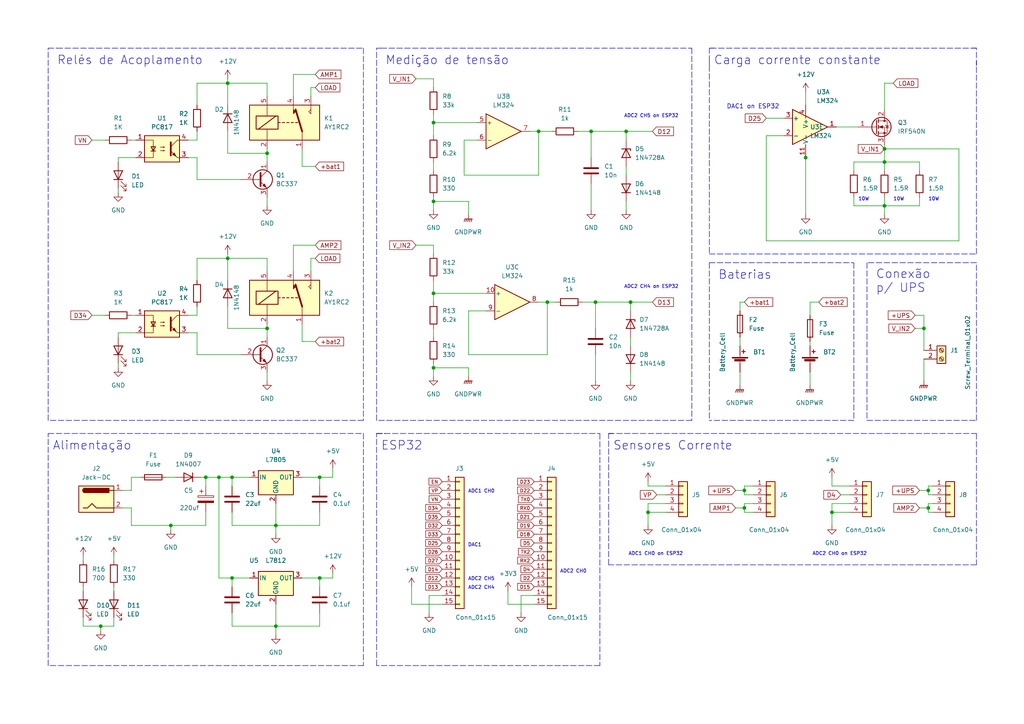
<source format=kicad_sch>
(kicad_sch (version 20211123) (generator eeschema)
  (paper "A4")
  (title_block (title "Battery_Tester") (date "2022-05-26") (rev "01") (company "Author: Leonardo J. R. Baptistella") (comment 1 "Hardware para determinação do  SOC e SOH de bateria chumbo-ácido") (comment 2 "Trabalho de Conclusão de Curso"))
  (junction (at 267.97 95.25))
  (junction (at 49.53 152.4))
  (junction (at 156.21 38.1))
  (junction (at 269.24 142.24))
  (junction (at 215.9 147.32))
  (junction (at 158.75 87.63))
  (junction (at 59.69 138.43))
  (junction (at 181.61 38.1))
  (junction (at 215.9 142.24))
  (junction (at 233.68 45.72))
  (junction (at 92.71 138.43))
  (junction (at 187.96 148.59))
  (junction (at 256.54 46.99))
  (junction (at 256.54 43.18))
  (junction (at 269.24 147.32))
  (junction (at 66.04 74.93))
  (junction (at 125.73 85.09))
  (junction (at 256.54 59.69))
  (junction (at 172.72 87.63))
  (junction (at 67.31 167.64))
  (junction (at 125.73 58.42))
  (junction (at 63.5 138.43))
  (junction (at 66.04 24.13))
  (junction (at 241.3 148.59))
  (junction (at 77.47 95.25))
  (junction (at 77.47 44.45))
  (junction (at 125.73 35.56))
  (junction (at 182.88 87.63))
  (junction (at 92.71 167.64))
  (junction (at 80.01 152.4))
  (junction (at 29.21 181.61))
  (junction (at 125.73 106.68))
  (junction (at 67.31 138.43))
  (junction (at 80.01 181.61))
  (junction (at 171.45 38.1))
  (wire (pts (xy 266.7 49.53) (xy 266.7 46.99)))
  (wire (pts (xy 187.96 146.05) (xy 193.04 146.05)))
  (wire (pts (xy 67.31 138.43) (xy 67.31 140.97)))
  (polyline (pts (xy 283.21 163.83) (xy 176.53 163.83)))
  (wire (pts (xy 256.54 46.99) (xy 256.54 49.53)))
  (wire (pts (xy 227.33 39.37) (xy 222.25 39.37)))
  (wire (pts (xy 181.61 48.26) (xy 181.61 50.8)))
  (wire (pts (xy 58.42 138.43) (xy 59.69 138.43)))
  (wire (pts (xy 26.67 40.64) (xy 30.48 40.64)))
  (wire (pts (xy 135.89 102.87) (xy 158.75 102.87)))
  (wire (pts (xy 120.65 71.12) (xy 125.73 71.12)))
  (wire (pts (xy 67.31 138.43) (xy 72.39 138.43)))
  (wire (pts (xy 119.38 170.18) (xy 119.38 175.26)))
  (wire (pts (xy 77.47 57.15) (xy 77.47 59.69)))
  (wire (pts (xy 233.68 45.72) (xy 233.68 62.23)))
  (polyline (pts (xy 109.22 125.73) (xy 173.99 125.73)))
  (wire (pts (xy 66.04 95.25) (xy 77.47 95.25)))
  (wire (pts (xy 187.96 152.4) (xy 187.96 148.59)))
  (wire (pts (xy 125.73 71.12) (xy 125.73 73.66)))
  (wire (pts (xy 96.52 138.43) (xy 92.71 138.43)))
  (polyline (pts (xy 283.21 13.97) (xy 205.74 13.97)))
  (wire (pts (xy 34.29 45.72) (xy 39.37 45.72)))
  (polyline (pts (xy 173.99 193.04) (xy 109.22 193.04)))
  (wire (pts (xy 96.52 166.37) (xy 96.52 167.64)))
  (wire (pts (xy 215.9 140.97) (xy 218.44 140.97)))
  (wire (pts (xy 267.97 95.25) (xy 267.97 101.6)))
  (wire (pts (xy 181.61 58.42) (xy 181.61 60.96)))
  (wire (pts (xy 267.97 91.44) (xy 267.97 95.25)))
  (wire (pts (xy 85.09 78.74) (xy 85.09 71.12)))
  (polyline (pts (xy 109.22 121.92) (xy 109.22 13.97)))
  (wire (pts (xy 233.68 44.45) (xy 233.68 45.72)))
  (wire (pts (xy 92.71 177.8) (xy 92.71 181.61)))
  (wire (pts (xy 24.13 181.61) (xy 29.21 181.61)))
  (wire (pts (xy 125.73 46.99) (xy 125.73 49.53)))
  (wire (pts (xy 156.21 87.63) (xy 158.75 87.63)))
  (wire (pts (xy 222.25 34.29) (xy 227.33 34.29)))
  (wire (pts (xy 267.97 104.14) (xy 267.97 110.49)))
  (wire (pts (xy 90.17 74.93) (xy 91.44 74.93)))
  (wire (pts (xy 215.9 148.59) (xy 215.9 147.32)))
  (wire (pts (xy 247.65 57.15) (xy 247.65 59.69)))
  (polyline (pts (xy 110.49 13.97) (xy 200.66 13.97)))
  (wire (pts (xy 241.3 146.05) (xy 246.38 146.05)))
  (wire (pts (xy 48.26 138.43) (xy 50.8 138.43)))
  (wire (pts (xy 85.09 71.12) (xy 91.44 71.12)))
  (wire (pts (xy 266.7 57.15) (xy 266.7 59.69)))
  (wire (pts (xy 125.73 35.56) (xy 138.43 35.56)))
  (wire (pts (xy 168.91 87.63) (xy 172.72 87.63)))
  (polyline (pts (xy 176.53 125.73) (xy 177.8 125.73)))
  (wire (pts (xy 171.45 38.1) (xy 181.61 38.1)))
  (polyline (pts (xy 13.97 125.73) (xy 105.41 125.73)))
  (wire (pts (xy 67.31 177.8) (xy 67.31 181.61)))
  (wire (pts (xy 77.47 74.93) (xy 66.04 74.93)))
  (polyline (pts (xy 105.41 121.92) (xy 13.97 121.92)))
  (wire (pts (xy 138.43 40.64) (xy 134.62 40.64)))
  (wire (pts (xy 140.97 90.17) (xy 135.89 90.17)))
  (wire (pts (xy 90.17 78.74) (xy 90.17 74.93)))
  (wire (pts (xy 67.31 167.64) (xy 67.31 170.18)))
  (wire (pts (xy 187.96 148.59) (xy 187.96 146.05)))
  (wire (pts (xy 57.15 52.07) (xy 69.85 52.07)))
  (wire (pts (xy 171.45 53.34) (xy 171.45 60.96)))
  (wire (pts (xy 87.63 99.06) (xy 91.44 99.06)))
  (wire (pts (xy 215.9 147.32) (xy 215.9 146.05)))
  (wire (pts (xy 187.96 139.7) (xy 187.96 140.97)))
  (polyline (pts (xy 105.41 193.04) (xy 13.97 193.04)))
  (wire (pts (xy 234.95 91.44) (xy 234.95 87.63)))
  (wire (pts (xy 34.29 96.52) (xy 39.37 96.52)))
  (wire (pts (xy 182.88 87.63) (xy 189.23 87.63)))
  (wire (pts (xy 151.13 172.72) (xy 151.13 177.8)))
  (wire (pts (xy 90.17 25.4) (xy 91.44 25.4)))
  (wire (pts (xy 66.04 88.9) (xy 66.04 95.25)))
  (wire (pts (xy 134.62 50.8) (xy 156.21 50.8)))
  (polyline (pts (xy 205.74 76.2) (xy 247.65 76.2)))
  (polyline (pts (xy 283.21 121.92) (xy 283.21 76.2)))
  (polyline (pts (xy 176.53 163.83) (xy 176.53 125.73)))
  (wire (pts (xy 218.44 148.59) (xy 215.9 148.59)))
  (wire (pts (xy 77.47 43.18) (xy 77.47 44.45)))
  (polyline (pts (xy 283.21 125.73) (xy 283.21 163.83)))
  (wire (pts (xy 80.01 181.61) (xy 92.71 181.61)))
  (polyline (pts (xy 200.66 13.97) (xy 200.66 121.92)))
  (wire (pts (xy 256.54 31.75) (xy 256.54 24.13)))
  (wire (pts (xy 269.24 143.51) (xy 269.24 142.24)))
  (wire (pts (xy 26.67 91.44) (xy 30.48 91.44)))
  (wire (pts (xy 125.73 57.15) (xy 125.73 58.42)))
  (wire (pts (xy 182.88 87.63) (xy 182.88 90.17)))
  (wire (pts (xy 153.67 38.1) (xy 156.21 38.1)))
  (wire (pts (xy 63.5 138.43) (xy 63.5 167.64)))
  (wire (pts (xy 77.47 24.13) (xy 66.04 24.13)))
  (wire (pts (xy 66.04 38.1) (xy 66.04 44.45)))
  (wire (pts (xy 269.24 140.97) (xy 270.51 140.97)))
  (polyline (pts (xy 283.21 76.2) (xy 251.46 76.2)))
  (wire (pts (xy 96.52 135.89) (xy 96.52 138.43)))
  (wire (pts (xy 80.01 152.4) (xy 92.71 152.4)))
  (wire (pts (xy 57.15 38.1) (xy 57.15 40.64)))
  (wire (pts (xy 49.53 152.4) (xy 59.69 152.4)))
  (polyline (pts (xy 205.74 17.78) (xy 205.74 19.05)))
  (wire (pts (xy 77.47 44.45) (xy 77.47 46.99)))
  (wire (pts (xy 87.63 93.98) (xy 87.63 99.06)))
  (wire (pts (xy 256.54 43.18) (xy 256.54 41.91)))
  (wire (pts (xy 158.75 87.63) (xy 161.29 87.63)))
  (wire (pts (xy 49.53 152.4) (xy 49.53 153.67)))
  (wire (pts (xy 34.29 105.41) (xy 34.29 106.68)))
  (wire (pts (xy 167.64 38.1) (xy 171.45 38.1)))
  (polyline (pts (xy 105.41 125.73) (xy 105.41 193.04)))
  (wire (pts (xy 85.09 27.94) (xy 85.09 21.59)))
  (wire (pts (xy 135.89 109.22) (xy 135.89 106.68)))
  (wire (pts (xy 67.31 152.4) (xy 80.01 152.4)))
  (wire (pts (xy 34.29 54.61) (xy 34.29 55.88)))
  (wire (pts (xy 125.73 105.41) (xy 125.73 106.68)))
  (wire (pts (xy 125.73 35.56) (xy 125.73 39.37)))
  (wire (pts (xy 66.04 74.93) (xy 66.04 81.28)))
  (polyline (pts (xy 283.21 13.97) (xy 281.94 13.97)))
  (wire (pts (xy 125.73 95.25) (xy 125.73 97.79)))
  (wire (pts (xy 92.71 167.64) (xy 96.52 167.64)))
  (wire (pts (xy 213.36 142.24) (xy 215.9 142.24)))
  (wire (pts (xy 270.51 148.59) (xy 269.24 148.59)))
  (wire (pts (xy 57.15 30.48) (xy 57.15 24.13)))
  (wire (pts (xy 87.63 48.26) (xy 87.63 43.18)))
  (polyline (pts (xy 109.22 125.73) (xy 111.76 125.73)))
  (wire (pts (xy 35.56 142.24) (xy 38.1 142.24)))
  (wire (pts (xy 181.61 38.1) (xy 181.61 40.64)))
  (wire (pts (xy 214.63 97.79) (xy 214.63 100.33)))
  (wire (pts (xy 57.15 74.93) (xy 66.04 74.93)))
  (polyline (pts (xy 251.46 76.2) (xy 251.46 121.92)))
  (polyline (pts (xy 247.65 76.2) (xy 247.65 121.92)))
  (wire (pts (xy 87.63 138.43) (xy 92.71 138.43)))
  (wire (pts (xy 147.32 175.26) (xy 154.94 175.26)))
  (wire (pts (xy 80.01 152.4) (xy 80.01 154.94)))
  (wire (pts (xy 91.44 48.26) (xy 87.63 48.26)))
  (wire (pts (xy 33.02 161.29) (xy 33.02 162.56)))
  (wire (pts (xy 120.65 22.86) (xy 125.73 22.86)))
  (wire (pts (xy 80.01 181.61) (xy 80.01 184.15)))
  (wire (pts (xy 124.46 172.72) (xy 128.27 172.72)))
  (wire (pts (xy 38.1 40.64) (xy 39.37 40.64)))
  (wire (pts (xy 215.9 142.24) (xy 215.9 140.97)))
  (wire (pts (xy 156.21 50.8) (xy 156.21 38.1)))
  (polyline (pts (xy 16.51 13.97) (xy 105.41 13.97)))
  (polyline (pts (xy 247.65 121.92) (xy 205.74 121.92)))
  (wire (pts (xy 57.15 81.28) (xy 57.15 74.93)))
  (wire (pts (xy 57.15 102.87) (xy 69.85 102.87)))
  (polyline (pts (xy 173.99 125.73) (xy 173.99 193.04)))
  (wire (pts (xy 77.47 95.25) (xy 77.47 97.79)))
  (wire (pts (xy 33.02 170.18) (xy 33.02 171.45)))
  (wire (pts (xy 63.5 167.64) (xy 67.31 167.64)))
  (polyline (pts (xy 205.74 73.66) (xy 283.21 73.66)))
  (polyline (pts (xy 283.21 73.66) (xy 283.21 17.78)))
  (wire (pts (xy 57.15 88.9) (xy 57.15 91.44)))
  (polyline (pts (xy 205.74 17.78) (xy 205.74 13.97)))
  (wire (pts (xy 125.73 22.86) (xy 125.73 25.4)))
  (wire (pts (xy 256.54 43.18) (xy 256.54 46.99)))
  (wire (pts (xy 266.7 59.69) (xy 256.54 59.69)))
  (wire (pts (xy 156.21 38.1) (xy 160.02 38.1)))
  (wire (pts (xy 278.13 43.18) (xy 256.54 43.18)))
  (wire (pts (xy 171.45 38.1) (xy 171.45 45.72)))
  (wire (pts (xy 33.02 179.07) (xy 33.02 181.61)))
  (wire (pts (xy 38.1 152.4) (xy 49.53 152.4)))
  (wire (pts (xy 218.44 143.51) (xy 215.9 143.51)))
  (wire (pts (xy 125.73 106.68) (xy 125.73 109.22)))
  (wire (pts (xy 66.04 22.86) (xy 66.04 24.13)))
  (wire (pts (xy 125.73 58.42) (xy 135.89 58.42)))
  (wire (pts (xy 214.63 87.63) (xy 215.9 87.63)))
  (polyline (pts (xy 283.21 19.05) (xy 283.21 13.97)))
  (wire (pts (xy 34.29 97.79) (xy 34.29 96.52)))
  (wire (pts (xy 92.71 152.4) (xy 92.71 148.59)))
  (wire (pts (xy 124.46 172.72) (xy 124.46 177.8)))
  (wire (pts (xy 187.96 140.97) (xy 193.04 140.97)))
  (polyline (pts (xy 205.74 19.05) (xy 205.74 73.66)))
  (wire (pts (xy 215.9 146.05) (xy 218.44 146.05)))
  (wire (pts (xy 270.51 143.51) (xy 269.24 143.51)))
  (wire (pts (xy 214.63 107.95) (xy 214.63 111.76)))
  (wire (pts (xy 125.73 81.28) (xy 125.73 85.09)))
  (wire (pts (xy 241.3 152.4) (xy 241.3 148.59)))
  (wire (pts (xy 66.04 73.66) (xy 66.04 74.93)))
  (wire (pts (xy 125.73 85.09) (xy 125.73 87.63)))
  (wire (pts (xy 269.24 148.59) (xy 269.24 147.32)))
  (wire (pts (xy 265.43 91.44) (xy 267.97 91.44)))
  (polyline (pts (xy 205.74 13.97) (xy 207.01 13.97)))
  (polyline (pts (xy 109.22 13.97) (xy 110.49 13.97)))
  (wire (pts (xy 134.62 40.64) (xy 134.62 50.8)))
  (wire (pts (xy 234.95 99.06) (xy 234.95 100.33)))
  (polyline (pts (xy 105.41 13.97) (xy 105.41 121.92)))
  (wire (pts (xy 222.25 69.85) (xy 278.13 69.85)))
  (wire (pts (xy 67.31 167.64) (xy 72.39 167.64)))
  (wire (pts (xy 87.63 167.64) (xy 92.71 167.64)))
  (wire (pts (xy 80.01 146.05) (xy 80.01 152.4)))
  (wire (pts (xy 85.09 21.59) (xy 91.44 21.59)))
  (wire (pts (xy 247.65 49.53) (xy 247.65 46.99)))
  (wire (pts (xy 135.89 90.17) (xy 135.89 102.87)))
  (polyline (pts (xy 205.74 76.2) (xy 205.74 121.92)))
  (wire (pts (xy 278.13 69.85) (xy 278.13 43.18)))
  (wire (pts (xy 182.88 107.95) (xy 182.88 110.49)))
  (wire (pts (xy 77.47 78.74) (xy 77.47 74.93)))
  (wire (pts (xy 57.15 45.72) (xy 57.15 52.07)))
  (wire (pts (xy 158.75 87.63) (xy 158.75 102.87)))
  (wire (pts (xy 242.57 36.83) (xy 248.92 36.83)))
  (wire (pts (xy 269.24 146.05) (xy 270.51 146.05)))
  (wire (pts (xy 266.7 142.24) (xy 269.24 142.24)))
  (wire (pts (xy 241.3 148.59) (xy 241.3 146.05)))
  (wire (pts (xy 190.5 143.51) (xy 193.04 143.51)))
  (wire (pts (xy 67.31 181.61) (xy 80.01 181.61)))
  (wire (pts (xy 67.31 148.59) (xy 67.31 152.4)))
  (wire (pts (xy 181.61 38.1) (xy 189.23 38.1)))
  (polyline (pts (xy 13.97 121.92) (xy 13.97 13.97)))
  (wire (pts (xy 135.89 106.68) (xy 125.73 106.68)))
  (wire (pts (xy 187.96 148.59) (xy 193.04 148.59)))
  (wire (pts (xy 172.72 102.87) (xy 172.72 110.49)))
  (wire (pts (xy 66.04 44.45) (xy 77.47 44.45)))
  (wire (pts (xy 182.88 97.79) (xy 182.88 100.33)))
  (wire (pts (xy 266.7 147.32) (xy 269.24 147.32)))
  (wire (pts (xy 172.72 87.63) (xy 182.88 87.63)))
  (wire (pts (xy 57.15 24.13) (xy 66.04 24.13)))
  (wire (pts (xy 213.36 147.32) (xy 215.9 147.32)))
  (wire (pts (xy 119.38 175.26) (xy 128.27 175.26)))
  (wire (pts (xy 234.95 107.95) (xy 234.95 111.76)))
  (wire (pts (xy 59.69 138.43) (xy 63.5 138.43)))
  (wire (pts (xy 247.65 59.69) (xy 256.54 59.69)))
  (wire (pts (xy 256.54 59.69) (xy 256.54 62.23)))
  (wire (pts (xy 54.61 45.72) (xy 57.15 45.72)))
  (wire (pts (xy 24.13 179.07) (xy 24.13 181.61)))
  (wire (pts (xy 77.47 27.94) (xy 77.47 24.13)))
  (wire (pts (xy 80.01 181.61) (xy 80.01 175.26)))
  (wire (pts (xy 172.72 87.63) (xy 172.72 95.25)))
  (wire (pts (xy 241.3 140.97) (xy 246.38 140.97)))
  (wire (pts (xy 34.29 46.99) (xy 34.29 45.72)))
  (polyline (pts (xy 13.97 193.04) (xy 13.97 125.73)))
  (wire (pts (xy 35.56 147.32) (xy 38.1 147.32)))
  (wire (pts (xy 256.54 57.15) (xy 256.54 59.69)))
  (wire (pts (xy 90.17 27.94) (xy 90.17 25.4)))
  (wire (pts (xy 77.47 107.95) (xy 77.47 110.49)))
  (wire (pts (xy 38.1 147.32) (xy 38.1 152.4)))
  (wire (pts (xy 125.73 85.09) (xy 140.97 85.09)))
  (wire (pts (xy 151.13 172.72) (xy 154.94 172.72)))
  (wire (pts (xy 54.61 40.64) (xy 57.15 40.64)))
  (wire (pts (xy 54.61 91.44) (xy 57.15 91.44)))
  (wire (pts (xy 33.02 181.61) (xy 29.21 181.61)))
  (wire (pts (xy 63.5 138.43) (xy 67.31 138.43)))
  (wire (pts (xy 222.25 39.37) (xy 222.25 69.85)))
  (wire (pts (xy 135.89 62.23) (xy 135.89 58.42)))
  (wire (pts (xy 269.24 147.32) (xy 269.24 146.05)))
  (wire (pts (xy 147.32 171.45) (xy 147.32 175.26)))
  (wire (pts (xy 38.1 91.44) (xy 39.37 91.44)))
  (wire (pts (xy 125.73 58.42) (xy 125.73 60.96)))
  (polyline (pts (xy 200.66 121.92) (xy 109.22 121.92)))
  (wire (pts (xy 215.9 143.51) (xy 215.9 142.24)))
  (wire (pts (xy 256.54 24.13) (xy 259.08 24.13)))
  (wire (pts (xy 214.63 90.17) (xy 214.63 87.63)))
  (wire (pts (xy 29.21 181.61) (xy 29.21 182.88)))
  (wire (pts (xy 241.3 148.59) (xy 246.38 148.59)))
  (wire (pts (xy 269.24 142.24) (xy 269.24 140.97)))
  (wire (pts (xy 54.61 96.52) (xy 57.15 96.52)))
  (wire (pts (xy 247.65 46.99) (xy 256.54 46.99)))
  (wire (pts (xy 256.54 46.99) (xy 266.7 46.99)))
  (wire (pts (xy 92.71 138.43) (xy 92.71 140.97)))
  (wire (pts (xy 233.68 26.67) (xy 233.68 30.48)))
  (wire (pts (xy 57.15 96.52) (xy 57.15 102.87)))
  (wire (pts (xy 125.73 33.02) (xy 125.73 35.56)))
  (polyline (pts (xy 176.53 125.73) (xy 283.21 125.73)))
  (wire (pts (xy 38.1 138.43) (xy 40.64 138.43)))
  (polyline (pts (xy 13.97 13.97) (xy 16.51 13.97)))
  (wire (pts (xy 38.1 142.24) (xy 38.1 138.43)))
  (wire (pts (xy 59.69 148.59) (xy 59.69 152.4)))
  (wire (pts (xy 265.43 95.25) (xy 267.97 95.25)))
  (wire (pts (xy 243.84 143.51) (xy 246.38 143.51)))
  (wire (pts (xy 24.13 170.18) (xy 24.13 171.45)))
  (wire (pts (xy 92.71 170.18) (xy 92.71 167.64)))
  (wire (pts (xy 241.3 138.43) (xy 241.3 140.97)))
  (polyline (pts (xy 251.46 121.92) (xy 283.21 121.92)))
  (wire (pts (xy 66.04 24.13) (xy 66.04 30.48)))
  (wire (pts (xy 77.47 93.98) (xy 77.47 95.25)))
  (wire (pts (xy 24.13 161.29) (xy 24.13 162.56)))
  (wire (pts (xy 59.69 138.43) (xy 59.69 140.97)))
  (wire (pts (xy 234.95 87.63) (xy 237.49 87.63)))
  (polyline (pts (xy 109.22 193.04) (xy 109.22 125.73)))
  (text "Carga corrente constante" (at 207.01 19.05 0) (effects (font (size 2.5 2.5)) (justify left bottom)))
  (text "Alimentação" (at 15.24 130.81 0) (effects (font (size 2.5 2.5)) (justify left bottom)))
  (text "ADC2 CH5 on ESP32\n" (at 196.85 34.29 180) (effects (font (size 1 1)) (justify right bottom)))
  (text "Medição de tensão\n" (at 111.76 19.05 0) (effects (font (size 2.5 2.5)) (justify left bottom)))
  (text "ADC2 CH0\n" (at 170.18 166.37 180) (effects (font (size 1 1)) (justify right bottom)))
  (text "ADC1 CH0 on ESP32\n" (at 198.12 161.29 180) (effects (font (size 1 1)) (justify right bottom)))
  (text "Baterias" (at 208.28 81.28 0) (effects (font (size 2.5 2.5)) (justify left bottom)))
  (text "Sensores Corrente\n" (at 177.8 130.81 0) (effects (font (size 2.5 2.5)) (justify left bottom)))
  (text "10W\n" (at 248.92 58.42 0) (effects (font (size 1 1)) (justify left bottom)))
  (text "DAC1 on ESP32\n" (at 226.06 31.75 180) (effects (font (size 1.27 1.27)) (justify right bottom)))
  (text "ADC1 CH0\n\n" (at 143.51 144.78 180) (effects (font (size 1 1)) (justify right bottom)))
  (text "ESP32\n" (at 110.49 130.81 0) (effects (font (size 2.5 2.5)) (justify left bottom)))
  (text "ADC2 CH4\n\n" (at 143.51 172.72 180) (effects (font (size 1 1)) (justify right bottom)))
  (text "Conexão\np/ UPS" (at 254 85.09 0) (effects (font (size 2.5 2.5)) (justify left bottom)))
  (text "10W\n" (at 259.08 58.42 0) (effects (font (size 1 1)) (justify left bottom)))
  (text "10W\n" (at 269.24 58.42 0) (effects (font (size 1 1)) (justify left bottom)))
  (text "Relés de Acoplamento\n" (at 16.51 19.05 0) (effects (font (size 2.5 2.5)) (justify left bottom)))
  (text "ADC2 CH4 on ESP32\n" (at 196.85 83.82 180) (effects (font (size 1 1)) (justify right bottom)))
  (text "ADC2 CH0 on ESP32\n" (at 251.46 161.29 180) (effects (font (size 1 1)) (justify right bottom)))
  (text "DAC1\n" (at 139.7 158.75 180) (effects (font (size 1 1)) (justify right bottom)))
  (text "ADC2 CH5\n\n" (at 143.51 170.18 180) (effects (font (size 1 1)) (justify right bottom)))
  (global_label "D27" (shape input) (at 128.27 162.56 180) (effects (font (size 1 1))) (property "Intersheet References" "${INTERSHEET_REFS}" (effects hide)))
  (global_label "D22" (shape input) (at 154.94 142.24 180) (effects (font (size 1 1))) (property "Intersheet References" "${INTERSHEET_REFS}" (effects hide)))
  (global_label "RX2" (shape input) (at 154.94 162.56 180) (effects (font (size 1 1))) (property "Intersheet References" "${INTERSHEET_REFS}" (effects hide)))
  (global_label "D25" (shape input) (at 222.25 34.29 180) (property "Intersheet References" "${INTERSHEET_REFS}" (effects hide)))
  (global_label "VP" (shape input) (at 190.5 143.51 180) (property "Intersheet References" "${INTERSHEET_REFS}" (effects hide)))
  (global_label "LOAD" (shape input) (at 91.44 25.4 0) (property "Intersheet References" "${INTERSHEET_REFS}" (effects hide)))
  (global_label "LOAD" (shape input) (at 91.44 74.93 0) (property "Intersheet References" "${INTERSHEET_REFS}" (effects hide)))
  (global_label "D19" (shape input) (at 154.94 152.4 180) (effects (font (size 1 1))) (property "Intersheet References" "${INTERSHEET_REFS}" (effects hide)))
  (global_label "V_IN2" (shape input) (at 120.65 71.12 180) (property "Intersheet References" "${INTERSHEET_REFS}" (effects hide)))
  (global_label "D14" (shape input) (at 128.27 165.1 180) (effects (font (size 1 1))) (property "Intersheet References" "${INTERSHEET_REFS}" (effects hide)))
  (global_label "D18" (shape input) (at 154.94 154.94 180) (effects (font (size 1 1))) (property "Intersheet References" "${INTERSHEET_REFS}" (effects hide)))
  (global_label "D33" (shape input) (at 128.27 154.94 180) (effects (font (size 1 1))) (property "Intersheet References" "${INTERSHEET_REFS}" (effects hide)))
  (global_label "D34" (shape input) (at 26.67 91.44 180) (property "Intersheet References" "${INTERSHEET_REFS}" (effects hide)))
  (global_label "VN" (shape input) (at 26.67 40.64 180) (property "Intersheet References" "${INTERSHEET_REFS}" (effects hide)))
  (global_label "V_IN1" (shape input) (at 120.65 22.86 180) (property "Intersheet References" "${INTERSHEET_REFS}" (effects hide)))
  (global_label "D4" (shape input) (at 154.94 165.1 180) (effects (font (size 1 1))) (property "Intersheet References" "${INTERSHEET_REFS}" (effects hide)))
  (global_label "AMP1" (shape input) (at 91.44 21.59 0) (property "Intersheet References" "${INTERSHEET_REFS}" (effects hide)))
  (global_label "+UPS" (shape input) (at 213.36 142.24 180) (property "Intersheet References" "${INTERSHEET_REFS}" (effects hide)))
  (global_label "+UPS" (shape input) (at 266.7 142.24 180) (property "Intersheet References" "${INTERSHEET_REFS}" (effects hide)))
  (global_label "D13" (shape input) (at 128.27 170.18 180) (effects (font (size 1 1))) (property "Intersheet References" "${INTERSHEET_REFS}" (effects hide)))
  (global_label "V_IN2" (shape input) (at 265.43 95.25 180) (property "Intersheet References" "${INTERSHEET_REFS}" (effects hide)))
  (global_label "VP" (shape input) (at 128.27 142.24 180) (effects (font (size 1 1))) (property "Intersheet References" "${INTERSHEET_REFS}" (effects hide)))
  (global_label "RX0" (shape input) (at 154.94 147.32 180) (effects (font (size 1 1))) (property "Intersheet References" "${INTERSHEET_REFS}" (effects hide)))
  (global_label "AMP1" (shape input) (at 213.36 147.32 180) (property "Intersheet References" "${INTERSHEET_REFS}" (effects hide)))
  (global_label "D13" (shape input) (at 189.23 87.63 0) (property "Intersheet References" "${INTERSHEET_REFS}" (effects hide)))
  (global_label "D12" (shape input) (at 189.23 38.1 0) (property "Intersheet References" "${INTERSHEET_REFS}" (effects hide)))
  (global_label "D23" (shape input) (at 154.94 139.7 180) (effects (font (size 1 1))) (property "Intersheet References" "${INTERSHEET_REFS}" (effects hide)))
  (global_label "V_IN1" (shape input) (at 256.54 43.18 180) (property "Intersheet References" "${INTERSHEET_REFS}" (effects hide)))
  (global_label "TX2" (shape input) (at 154.94 160.02 180) (effects (font (size 1 1))) (property "Intersheet References" "${INTERSHEET_REFS}" (effects hide)))
  (global_label "LOAD" (shape input) (at 259.08 24.13 0) (property "Intersheet References" "${INTERSHEET_REFS}" (effects hide)))
  (global_label "+bat2" (shape input) (at 237.49 87.63 0) (property "Intersheet References" "${INTERSHEET_REFS}" (effects hide)))
  (global_label "D32" (shape input) (at 128.27 152.4 180) (effects (font (size 1 1))) (property "Intersheet References" "${INTERSHEET_REFS}" (effects hide)))
  (global_label "D25" (shape input) (at 128.27 157.48 180) (effects (font (size 1 1))) (property "Intersheet References" "${INTERSHEET_REFS}" (effects hide)))
  (global_label "D15" (shape input) (at 154.94 170.18 180) (effects (font (size 1 1))) (property "Intersheet References" "${INTERSHEET_REFS}" (effects hide)))
  (global_label "D21" (shape input) (at 154.94 149.86 180) (effects (font (size 1 1))) (property "Intersheet References" "${INTERSHEET_REFS}" (effects hide)))
  (global_label "+bat1" (shape input) (at 91.44 48.26 0) (property "Intersheet References" "${INTERSHEET_REFS}" (effects hide)))
  (global_label "+bat2" (shape input) (at 91.44 99.06 0) (property "Intersheet References" "${INTERSHEET_REFS}" (effects hide)))
  (global_label "D4" (shape input) (at 243.84 143.51 180) (property "Intersheet References" "${INTERSHEET_REFS}" (effects hide)))
  (global_label "VN" (shape input) (at 128.27 144.78 180) (effects (font (size 1 1))) (property "Intersheet References" "${INTERSHEET_REFS}" (effects hide)))
  (global_label "D34" (shape input) (at 128.27 147.32 180) (effects (font (size 1 1))) (property "Intersheet References" "${INTERSHEET_REFS}" (effects hide)))
  (global_label "D12" (shape input) (at 128.27 167.64 180) (effects (font (size 1 1))) (property "Intersheet References" "${INTERSHEET_REFS}" (effects hide)))
  (global_label "D2" (shape input) (at 154.94 167.64 180) (effects (font (size 1 1))) (property "Intersheet References" "${INTERSHEET_REFS}" (effects hide)))
  (global_label "D26" (shape input) (at 128.27 160.02 180) (effects (font (size 1 1))) (property "Intersheet References" "${INTERSHEET_REFS}" (effects hide)))
  (global_label "D5" (shape input) (at 154.94 157.48 180) (effects (font (size 1 1))) (property "Intersheet References" "${INTERSHEET_REFS}" (effects hide)))
  (global_label "AMP2" (shape input) (at 266.7 147.32 180) (property "Intersheet References" "${INTERSHEET_REFS}" (effects hide)))
  (global_label "D35" (shape input) (at 128.27 149.86 180) (effects (font (size 1 1))) (property "Intersheet References" "${INTERSHEET_REFS}" (effects hide)))
  (global_label "+UPS" (shape input) (at 265.43 91.44 180) (property "Intersheet References" "${INTERSHEET_REFS}" (effects hide)))
  (global_label "AMP2" (shape input) (at 91.44 71.12 0) (property "Intersheet References" "${INTERSHEET_REFS}" (effects hide)))
  (global_label "TX0" (shape input) (at 154.94 144.78 180) (effects (font (size 1 1))) (property "Intersheet References" "${INTERSHEET_REFS}" (effects hide)))
  (global_label "EN" (shape input) (at 128.27 139.7 180) (effects (font (size 1 1))) (property "Intersheet References" "${INTERSHEET_REFS}" (effects hide)))
  (global_label "+bat1" (shape input) (at 215.9 87.63 0) (property "Intersheet References" "${INTERSHEET_REFS}" (effects hide)))
  (symbol (lib_id "Device:C") (at 67.31 144.78 0) (unit 1)
    (property "Reference" "C3" (at 71.12 143.5099 0) (effects (justify left)))
    (property "Value" "22uf" (at 71.12 146.0499 0) (effects (justify left)))
    (property "Footprint" "Capacitor_THT:C_Disc_D4.3mm_W1.9mm_P5.00mm" (effects hide))
  )
  (symbol (lib_id "Diode:1N47xxA") (at 182.88 93.98 270) (unit 1)
    (property "Reference" "D7" (at 185.42 92.7099 90) (effects (justify left)))
    (property "Value" "1N4728A" (at 185.42 95.2499 90) (effects (justify left)))
    (property "Footprint" "Diode_THT:D_DO-41_SOD81_P10.16mm_Horizontal" (effects hide))
    (property "Datasheet" "https://www.vishay.com/docs/85816/1n4728a.pdf" (effects hide))
  )
  (symbol (lib_id "Isolator:PC817") (at 46.99 93.98 0) (unit 1)
    (property "Reference" "U2" (at 46.99 85.09 0))
    (property "Value" "PC817" (at 46.99 87.63 0))
    (property "Footprint" "Package_DIP:DIP-4_W7.62mm" (effects hide))
    (property "Datasheet" "http://www.soselectronic.cz/a_info/resource/d/pc817.pdf" (effects hide))
  )
  (symbol (lib_id "Transistor_FET:IRF540N") (at 254 36.83 0) (unit 1)
    (property "Reference" "Q3" (at 260.35 35.5599 0) (effects (justify left)))
    (property "Value" "IRF540N" (at 260.35 38.0999 0) (effects (justify left)))
    (property "Footprint" "Package_TO_SOT_THT:TO-220-3_Vertical" (effects hide))
    (property "Datasheet" "http://www.irf.com/product-info/datasheets/data/irf540n.pdf" (effects hide))
  )
  (symbol (lib_id "Connector_Generic:Conn_01x15") (at 133.35 157.48 0) (unit 1)
    (property "Reference" "J3" (at 132.08 135.89 0) (effects (justify left)))
    (property "Value" "Conn_01x15" (at 132.08 179.07 0) (effects (justify left)))
    (property "Footprint" "Connector_PinHeader_2.54mm:PinHeader_1x15_P2.54mm_Vertical" (effects hide))
  )
  (symbol (lib_id "Device:R") (at 34.29 91.44 90) (unit 1)
    (property "Reference" "R3" (at 34.29 85.09 90))
    (property "Value" "1K" (at 34.29 87.63 90))
    (property "Footprint" "Resistor_THT:R_Axial_DIN0207_L6.3mm_D2.5mm_P7.62mm_Horizontal" (effects hide))
  )
  (symbol (lib_id "power:GNDPWR") (at 135.89 62.23 0) (unit 1)
    (property "Reference" "#PWR0113" (effects hide))
    (property "Value" "GNDPWR" (at 135.763 67.31 0))
  )
  (symbol (lib_id "Transistor_BJT:BC337") (at 74.93 52.07 0) (unit 1)
    (property "Reference" "Q1" (at 80.01 50.7999 0) (effects (justify left)))
    (property "Value" "BC337" (at 80.01 53.3399 0) (effects (justify left)))
    (property "Footprint" "Package_TO_SOT_THT:TO-92_Inline" (effects hide))
    (property "Datasheet" "https://diotec.com/tl_files/diotec/files/pdf/datasheets/bc337.pdf" (effects hide))
  )
  (symbol (lib_id "Connector_Generic:Conn_01x04") (at 223.52 143.51 0) (unit 1)
    (property "Reference" "J6" (at 226.06 143.5099 0) (effects (justify left)))
    (property "Value" "Conn_01x04" (at 217.17 153.67 0) (effects (justify left)))
    (property "Footprint" "Connector_PinHeader_2.54mm:PinHeader_1x04_P2.54mm_Vertical" (effects hide))
  )
  (symbol (lib_id "power:GND") (at 233.68 62.23 0) (unit 1)
    (property "Reference" "#PWR0103" (effects hide))
    (property "Value" "GND" (at 233.68 67.31 0))
  )
  (symbol (lib_id "Device:C") (at 92.71 144.78 0) (unit 1)
    (property "Reference" "C4" (at 96.52 143.5099 0) (effects (justify left)))
    (property "Value" "0.1uf" (at 96.52 146.0499 0) (effects (justify left)))
    (property "Footprint" "Capacitor_THT:C_Disc_D4.3mm_W1.9mm_P5.00mm" (effects hide))
  )
  (symbol (lib_id "Device:Fuse") (at 214.63 93.98 0) (unit 1)
    (property "Reference" "F2" (at 217.17 92.7099 0) (effects (justify left)))
    (property "Value" "Fuse" (at 217.17 95.2499 0) (effects (justify left)))
    (property "Footprint" "Fuse:Fuseholder_Cylinder-5x20mm_Stelvio-Kontek_PTF78_Horizontal_Open" (effects hide))
  )
  (symbol (lib_id "Device:C") (at 67.31 173.99 0) (unit 1)
    (property "Reference" "C6" (at 71.12 172.7199 0) (effects (justify left)))
    (property "Value" "22uf" (at 71.12 175.2599 0) (effects (justify left)))
    (property "Footprint" "Capacitor_THT:C_Disc_D4.3mm_W1.9mm_P5.00mm" (effects hide))
  )
  (symbol (lib_id "power:+12V") (at 66.04 22.86 0) (unit 1)
    (property "Reference" "#PWR0101" (effects hide))
    (property "Value" "+12V" (at 66.04 17.78 0))
  )
  (symbol (lib_id "Diode:1N4007") (at 54.61 138.43 180) (unit 1)
    (property "Reference" "D9" (at 54.61 132.08 0))
    (property "Value" "1N4007" (at 54.61 134.62 0))
    (property "Footprint" "Diode_THT:D_DO-41_SOD81_P10.16mm_Horizontal" (effects hide))
    (property "Datasheet" "http://www.vishay.com/docs/88503/1n4001.pdf" (effects hide))
  )
  (symbol (lib_id "power:GND") (at 181.61 60.96 0) (unit 1)
    (property "Reference" "#PWR08" (effects hide))
    (property "Value" "GND" (at 181.61 66.04 0))
  )
  (symbol (lib_id "Device:R") (at 125.73 29.21 0) (unit 1)
    (property "Reference" "R8" (at 128.27 27.9399 0) (effects (justify left)))
    (property "Value" "33k" (at 128.27 30.4799 0) (effects (justify left)))
    (property "Footprint" "Resistor_THT:R_Axial_DIN0207_L6.3mm_D2.5mm_P7.62mm_Horizontal" (effects hide))
  )
  (symbol (lib_id "power:GND") (at 151.13 177.8 0) (unit 1)
    (property "Reference" "#PWR0108" (effects hide))
    (property "Value" "GND" (at 151.13 182.88 0))
  )
  (symbol (lib_id "Connector:Screw_Terminal_01x02") (at 273.05 101.6 0) (unit 1)
    (property "Reference" "J1" (at 275.59 101.5999 0) (effects (justify left)))
    (property "Value" "Screw_Terminal_01x02" (at 280.67 113.03 90) (effects (justify left)))
    (property "Footprint" "TerminalBlock:TerminalBlock_Altech_AK300-2_P5.00mm" (effects hide))
  )
  (symbol (lib_id "Device:R") (at 125.73 101.6 0) (unit 1)
    (property "Reference" "R14" (at 128.27 100.3299 0) (effects (justify left)))
    (property "Value" "330" (at 128.27 102.8699 0) (effects (justify left)))
    (property "Footprint" "Resistor_THT:R_Axial_DIN0207_L6.3mm_D2.5mm_P7.62mm_Horizontal" (effects hide))
  )
  (symbol (lib_id "power:GND") (at 187.96 152.4 0) (unit 1)
    (property "Reference" "#PWR023" (effects hide))
    (property "Value" "GND" (at 187.96 157.48 0))
  )
  (symbol (lib_id "power:GND") (at 124.46 177.8 0) (unit 1)
    (property "Reference" "#PWR0105" (effects hide))
    (property "Value" "GND" (at 124.46 182.88 0))
  )
  (symbol (lib_id "power:+5V") (at 187.96 139.7 0) (unit 1)
    (property "Reference" "#PWR022" (effects hide))
    (property "Value" "+5V" (at 187.96 134.62 0))
  )
  (symbol (lib_id "Device:R") (at 163.83 38.1 90) (unit 1)
    (property "Reference" "R11" (at 163.83 31.75 90))
    (property "Value" "1k" (at 163.83 34.29 90))
    (property "Footprint" "Resistor_THT:R_Axial_DIN0207_L6.3mm_D2.5mm_P7.62mm_Horizontal" (effects hide))
  )
  (symbol (lib_id "power:GND") (at 80.01 154.94 0) (unit 1)
    (property "Reference" "#PWR012" (effects hide))
    (property "Value" "GND" (at 80.01 160.02 0))
  )
  (symbol (lib_id "Relay:SANYOU_SRD_Form_C") (at 82.55 86.36 0) (unit 1)
    (property "Reference" "K2" (at 93.98 85.0899 0) (effects (justify left)))
    (property "Value" "AY1RC2" (at 93.98 87.6299 0) (effects (justify left)))
    (property "Footprint" "Relay_THT:Relay_SPDT_SANYOU_SRD_Series_Form_C" (effects hide))
    (property "Datasheet" "http://www.sanyourelay.ca/public/products/pdf/SRD.pdf" (effects hide))
  )
  (symbol (lib_id "Diode:1N47xxA") (at 181.61 44.45 270) (unit 1)
    (property "Reference" "D5" (at 184.15 43.1799 90) (effects (justify left)))
    (property "Value" "1N4728A" (at 184.15 45.7199 90) (effects (justify left)))
    (property "Footprint" "Diode_THT:D_DO-41_SOD81_P10.16mm_Horizontal" (effects hide))
    (property "Datasheet" "https://www.vishay.com/docs/85816/1n4728a.pdf" (effects hide))
  )
  (symbol (lib_id "Device:R") (at 125.73 43.18 0) (unit 1)
    (property "Reference" "R9" (at 128.27 41.9099 0) (effects (justify left)))
    (property "Value" "6.2k" (at 128.27 44.4499 0) (effects (justify left)))
    (property "Footprint" "Resistor_THT:R_Axial_DIN0207_L6.3mm_D2.5mm_P7.62mm_Horizontal" (effects hide))
  )
  (symbol (lib_id "power:GND") (at 34.29 55.88 0) (unit 1)
    (property "Reference" "#PWR01" (effects hide))
    (property "Value" "GND" (at 34.29 60.96 0))
  )
  (symbol (lib_id "Device:C_Polarized") (at 59.69 144.78 0) (unit 1)
    (property "Reference" "C5" (at 53.34 142.24 0) (effects (justify left)))
    (property "Value" "220uf" (at 52.07 147.32 0) (effects (justify left)))
    (property "Footprint" "Capacitor_THT:CP_Radial_D8.0mm_P3.50mm" (effects hide))
  )
  (symbol (lib_id "power:+5V") (at 119.38 170.18 0) (unit 1)
    (property "Reference" "#PWR0106" (effects hide))
    (property "Value" "+5V" (at 119.38 165.1 0))
  )
  (symbol (lib_id "Device:LED") (at 24.13 175.26 90) (unit 1)
    (property "Reference" "D10" (at 27.94 175.5774 90) (effects (justify right)))
    (property "Value" "LED" (at 27.94 178.1174 90) (effects (justify right)))
    (property "Footprint" "LED_THT:LED_D3.0mm" (effects hide))
  )
  (symbol (lib_id "power:GNDPWR") (at 214.63 111.76 0) (unit 1)
    (property "Reference" "#PWR0112" (effects hide))
    (property "Value" "GNDPWR" (at 214.503 116.84 0))
  )
  (symbol (lib_id "Isolator:PC817") (at 46.99 43.18 0) (unit 1)
    (property "Reference" "U1" (at 46.99 34.29 0))
    (property "Value" "PC817" (at 46.99 36.83 0))
    (property "Footprint" "Package_DIP:DIP-4_W7.62mm" (effects hide))
    (property "Datasheet" "http://www.soselectronic.cz/a_info/resource/d/pc817.pdf" (effects hide))
  )
  (symbol (lib_id "power:GND") (at 34.29 106.68 0) (unit 1)
    (property "Reference" "#PWR03" (effects hide))
    (property "Value" "GND" (at 34.29 111.76 0))
  )
  (symbol (lib_id "Diode:1N4148") (at 66.04 85.09 270) (unit 1)
    (property "Reference" "D4" (at 62.23 82.55 90) (effects (justify left)))
    (property "Value" "1N4148" (at 68.58 82.55 0) (effects (justify left)))
    (property "Footprint" "Diode_THT:D_DO-35_SOD27_P7.62mm_Horizontal" (effects hide))
    (property "Datasheet" "https://assets.nexperia.com/documents/data-sheet/1N4148_1N4448.pdf" (effects hide))
  )
  (symbol (lib_id "Amplifier_Operational:LM324") (at 148.59 87.63 0) (unit 3)
    (property "Reference" "U3" (at 148.59 77.47 0))
    (property "Value" "LM324" (at 148.59 80.01 0))
    (property "Footprint" "Package_DIP:DIP-14_W7.62mm_LongPads" (effects hide))
    (property "Datasheet" "http://www.ti.com/lit/ds/symlink/lm2902-n.pdf" (effects hide))
  )
  (symbol (lib_id "Transistor_BJT:BC337") (at 74.93 102.87 0) (unit 1)
    (property "Reference" "Q2" (at 80.01 101.5999 0) (effects (justify left)))
    (property "Value" "BC337" (at 80.01 104.1399 0) (effects (justify left)))
    (property "Footprint" "Package_TO_SOT_THT:TO-92_Inline" (effects hide))
    (property "Datasheet" "https://diotec.com/tl_files/diotec/files/pdf/datasheets/bc337.pdf" (effects hide))
  )
  (symbol (lib_id "Device:LED") (at 33.02 175.26 90) (unit 1)
    (property "Reference" "D11" (at 36.83 175.5774 90) (effects (justify right)))
    (property "Value" "LED" (at 36.83 178.1174 90) (effects (justify right)))
    (property "Footprint" "LED_THT:LED_D3.0mm" (effects hide))
  )
  (symbol (lib_id "Device:C") (at 92.71 173.99 0) (unit 1)
    (property "Reference" "C7" (at 96.52 172.7199 0) (effects (justify left)))
    (property "Value" "0.1uf" (at 96.52 175.2599 0) (effects (justify left)))
    (property "Footprint" "Capacitor_THT:C_Disc_D4.3mm_W1.9mm_P5.00mm" (effects hide))
  )
  (symbol (lib_id "Device:Battery_Cell") (at 214.63 105.41 0) (unit 1)
    (property "Reference" "BT1" (at 218.44 102.1079 0) (effects (justify left)))
    (property "Value" "Battery_Cell" (at 209.55 107.95 90) (effects (justify left)))
    (property "Footprint" "TerminalBlock:TerminalBlock_Altech_AK300-2_P5.00mm" (effects hide))
  )
  (symbol (lib_id "Connector_Generic:Conn_01x04") (at 275.59 143.51 0) (unit 1)
    (property "Reference" "J8" (at 278.13 143.5099 0) (effects (justify left)))
    (property "Value" "Conn_01x04" (at 270.51 153.67 0) (effects (justify left)))
    (property "Footprint" "Connector_PinHeader_2.54mm:PinHeader_1x04_P2.54mm_Vertical" (effects hide))
  )
  (symbol (lib_id "power:GNDPWR") (at 135.89 109.22 0) (unit 1)
    (property "Reference" "#PWR0109" (effects hide))
    (property "Value" "GNDPWR" (at 135.763 114.3 0))
  )
  (symbol (lib_id "Amplifier_Operational:LM324") (at 234.95 36.83 0) (unit 1)
    (property "Reference" "U3" (at 238.76 26.67 0))
    (property "Value" "LM324" (at 240.03 29.21 0))
    (property "Footprint" "Package_DIP:DIP-14_W7.62mm_LongPads" (effects hide))
    (property "Datasheet" "http://www.ti.com/lit/ds/symlink/lm2902-n.pdf" (effects hide))
  )
  (symbol (lib_id "power:+5V") (at 33.02 161.29 0) (unit 1)
    (property "Reference" "#PWR021" (effects hide))
    (property "Value" "+5V" (at 33.02 156.21 0))
  )
  (symbol (lib_id "Regulator_Linear:L7805") (at 80.01 138.43 0) (unit 1)
    (property "Reference" "U4" (at 80.01 130.81 0))
    (property "Value" "L7805" (at 80.01 133.35 0))
    (property "Footprint" "Package_TO_SOT_THT:TO-218-3_Vertical" (effects hide))
    (property "Datasheet" "http://www.st.com/content/ccc/resource/technical/document/datasheet/41/4f/b3/b0/12/d4/47/88/CD00000444.pdf/files/CD00000444.pdf/jcr:content/translations/en.CD00000444.pdf" (effects hide))
  )
  (symbol (lib_id "Device:R") (at 266.7 53.34 0) (unit 1)
    (property "Reference" "R7" (at 269.24 52.0699 0) (effects (justify left)))
    (property "Value" "1.5R" (at 269.24 54.6099 0) (effects (justify left)))
    (property "Footprint" "Resistor_THT:R_Axial_DIN0617_L17.0mm_D6.0mm_P30.48mm_Horizontal" (effects hide))
  )
  (symbol (lib_id "power:GND") (at 171.45 60.96 0) (unit 1)
    (property "Reference" "#PWR07" (effects hide))
    (property "Value" "GND" (at 171.45 66.04 0))
  )
  (symbol (lib_id "Connector_Generic:Conn_01x04") (at 251.46 143.51 0) (unit 1)
    (property "Reference" "J7" (at 254 143.5099 0) (effects (justify left)))
    (property "Value" "Conn_01x04" (at 245.11 153.67 0) (effects (justify left)))
    (property "Footprint" "Connector_PinHeader_2.54mm:PinHeader_1x04_P2.54mm_Vertical" (effects hide))
  )
  (symbol (lib_id "power:GND") (at 80.01 184.15 0) (unit 1)
    (property "Reference" "#PWR014" (effects hide))
    (property "Value" "GND" (at 80.01 189.23 0))
  )
  (symbol (lib_id "Amplifier_Operational:LM324") (at 236.22 38.1 0) (unit 5)
    (property "Reference" "U3" (at 234.95 36.8299 0) (effects (justify left)))
    (property "Value" "LM324" (at 234.95 39.3699 0) (effects (justify left)))
    (property "Footprint" "Package_DIP:DIP-14_W7.62mm_LongPads" (effects hide))
    (property "Datasheet" "http://www.ti.com/lit/ds/symlink/lm2902-n.pdf" (effects hide))
  )
  (symbol (lib_id "Device:LED") (at 34.29 50.8 90) (unit 1)
    (property "Reference" "D1" (at 38.1 51.1174 90) (effects (justify right)))
    (property "Value" "LED" (at 38.1 53.6574 90) (effects (justify right)))
    (property "Footprint" "LED_THT:LED_D3.0mm" (effects hide))
  )
  (symbol (lib_id "Device:C") (at 171.45 49.53 0) (unit 1)
    (property "Reference" "C1" (at 175.26 48.2599 0) (effects (justify left)))
    (property "Value" "10n" (at 175.26 50.7999 0) (effects (justify left)))
    (property "Footprint" "Capacitor_THT:C_Disc_D4.3mm_W1.9mm_P5.00mm" (effects hide))
  )
  (symbol (lib_id "Device:R") (at 247.65 53.34 0) (unit 1)
    (property "Reference" "R6" (at 250.19 52.0699 0) (effects (justify left)))
    (property "Value" "1.5R" (at 250.19 54.6099 0) (effects (justify left)))
    (property "Footprint" "Resistor_THT:R_Axial_DIN0617_L17.0mm_D6.0mm_P30.48mm_Horizontal" (effects hide))
  )
  (symbol (lib_id "power:GND") (at 241.3 152.4 0) (unit 1)
    (property "Reference" "#PWR025" (effects hide))
    (property "Value" "GND" (at 241.3 157.48 0))
  )
  (symbol (lib_id "Device:R") (at 57.15 85.09 0) (mirror x) (unit 1)
    (property "Reference" "R4" (at 54.61 83.8199 0) (effects (justify right)))
    (property "Value" "1K" (at 54.61 86.3599 0) (effects (justify right)))
    (property "Footprint" "Resistor_THT:R_Axial_DIN0207_L6.3mm_D2.5mm_P7.62mm_Horizontal" (effects hide))
  )
  (symbol (lib_id "Connector_Generic:Conn_01x04") (at 198.12 143.51 0) (unit 1)
    (property "Reference" "J5" (at 200.66 143.5099 0) (effects (justify left)))
    (property "Value" "Conn_01x04" (at 191.77 153.67 0) (effects (justify left)))
    (property "Footprint" "Connector_PinHeader_2.54mm:PinHeader_1x04_P2.54mm_Vertical" (effects hide))
  )
  (symbol (lib_id "Device:R") (at 57.15 34.29 0) (mirror x) (unit 1)
    (property "Reference" "R2" (at 54.61 33.0199 0) (effects (justify right)))
    (property "Value" "1K" (at 54.61 35.5599 0) (effects (justify right)))
    (property "Footprint" "Resistor_THT:R_Axial_DIN0207_L6.3mm_D2.5mm_P7.62mm_Horizontal" (effects hide))
  )
  (symbol (lib_id "Diode:1N4148") (at 66.04 34.29 270) (unit 1)
    (property "Reference" "D2" (at 62.23 31.75 90) (effects (justify left)))
    (property "Value" "1N4148" (at 68.58 31.75 0) (effects (justify left)))
    (property "Footprint" "Diode_THT:D_DO-35_SOD27_P7.62mm_Horizontal" (effects hide))
    (property "Datasheet" "https://assets.nexperia.com/documents/data-sheet/1N4148_1N4448.pdf" (effects hide))
  )
  (symbol (lib_id "Device:R") (at 33.02 166.37 180) (unit 1)
    (property "Reference" "R17" (at 35.56 165.0999 0) (effects (justify right)))
    (property "Value" "330" (at 35.56 167.6399 0) (effects (justify right)))
    (property "Footprint" "Resistor_THT:R_Axial_DIN0207_L6.3mm_D2.5mm_P7.62mm_Horizontal" (effects hide))
  )
  (symbol (lib_id "power:GND") (at 77.47 110.49 0) (unit 1)
    (property "Reference" "#PWR05" (effects hide))
    (property "Value" "GND" (at 77.47 115.57 0))
  )
  (symbol (lib_id "power:GND") (at 49.53 153.67 0) (unit 1)
    (property "Reference" "#PWR013" (effects hide))
    (property "Value" "GND" (at 49.53 158.75 0))
  )
  (symbol (lib_id "power:GND") (at 125.73 60.96 0) (unit 1)
    (property "Reference" "#PWR06" (effects hide))
    (property "Value" "GND" (at 125.73 66.04 0))
  )
  (symbol (lib_id "Amplifier_Operational:LM324") (at 146.05 38.1 0) (unit 2)
    (property "Reference" "U3" (at 146.05 27.94 0))
    (property "Value" "LM324" (at 146.05 30.48 0))
    (property "Footprint" "Package_DIP:DIP-14_W7.62mm_LongPads" (effects hide))
    (property "Datasheet" "http://www.ti.com/lit/ds/symlink/lm2902-n.pdf" (effects hide))
  )
  (symbol (lib_id "Device:R") (at 34.29 40.64 90) (unit 1)
    (property "Reference" "R1" (at 34.29 34.29 90))
    (property "Value" "1K" (at 34.29 36.83 90))
    (property "Footprint" "Resistor_THT:R_Axial_DIN0207_L6.3mm_D2.5mm_P7.62mm_Horizontal" (effects hide))
  )
  (symbol (lib_id "Device:Fuse") (at 234.95 95.25 0) (unit 1)
    (property "Reference" "F3" (at 237.49 93.9799 0) (effects (justify left)))
    (property "Value" "Fuse" (at 237.49 96.5199 0) (effects (justify left)))
    (property "Footprint" "Fuse:Fuseholder_Cylinder-5x20mm_Stelvio-Kontek_PTF78_Horizontal_Open" (effects hide))
  )
  (symbol (lib_id "Device:Fuse") (at 44.45 138.43 270) (unit 1)
    (property "Reference" "F1" (at 44.45 132.08 90))
    (property "Value" "Fuse" (at 44.45 134.62 90))
    (property "Footprint" "Fuse:Fuseholder_Cylinder-5x20mm_Stelvio-Kontek_PTF78_Horizontal_Open" (effects hide))
  )
  (symbol (lib_id "power:+12V") (at 233.68 26.67 0) (unit 1)
    (property "Reference" "#PWR0102" (effects hide))
    (property "Value" "+12V" (at 233.68 21.59 0))
  )
  (symbol (lib_id "Relay:SANYOU_SRD_Form_C") (at 82.55 35.56 0) (unit 1)
    (property "Reference" "K1" (at 93.98 34.2899 0) (effects (justify left)))
    (property "Value" "AY1RC2" (at 93.98 36.8299 0) (effects (justify left)))
    (property "Footprint" "Relay_THT:Relay_SPDT_SANYOU_SRD_Series_Form_C" (effects hide))
    (property "Datasheet" "http://www.sanyourelay.ca/public/products/pdf/SRD.pdf" (effects hide))
  )
  (symbol (lib_id "power:+12V") (at 24.13 161.29 0) (unit 1)
    (property "Reference" "#PWR019" (effects hide))
    (property "Value" "+12V" (at 24.13 156.21 0))
  )
  (symbol (lib_id "power:GND") (at 125.73 109.22 0) (unit 1)
    (property "Reference" "#PWR09" (effects hide))
    (property "Value" "GND" (at 125.73 114.3 0))
  )
  (symbol (lib_id "Device:R") (at 125.73 77.47 0) (unit 1)
    (property "Reference" "R12" (at 128.27 76.1999 0) (effects (justify left)))
    (property "Value" "33k" (at 128.27 78.7399 0) (effects (justify left)))
    (property "Footprint" "Resistor_THT:R_Axial_DIN0207_L6.3mm_D2.5mm_P7.62mm_Horizontal" (effects hide))
  )
  (symbol (lib_id "power:GND") (at 77.47 59.69 0) (unit 1)
    (property "Reference" "#PWR02" (effects hide))
    (property "Value" "GND" (at 77.47 64.77 0))
  )
  (symbol (lib_id "Device:LED") (at 34.29 101.6 90) (unit 1)
    (property "Reference" "D3" (at 38.1 101.9174 90) (effects (justify right)))
    (property "Value" "LED" (at 38.1 104.4574 90) (effects (justify right)))
    (property "Footprint" "LED_THT:LED_D3.0mm" (effects hide))
  )
  (symbol (lib_id "Diode:1N4148") (at 182.88 104.14 90) (unit 1)
    (property "Reference" "D8" (at 185.42 102.8699 90) (effects (justify right)))
    (property "Value" "1N4148" (at 185.42 105.4099 90) (effects (justify right)))
    (property "Footprint" "Diode_THT:D_DO-35_SOD27_P7.62mm_Horizontal" (effects hide))
    (property "Datasheet" "https://assets.nexperia.com/documents/data-sheet/1N4148_1N4448.pdf" (effects hide))
  )
  (symbol (lib_id "power:+12V") (at 96.52 166.37 0) (unit 1)
    (property "Reference" "#PWR015" (effects hide))
    (property "Value" "+12V" (at 96.52 161.29 0))
  )
  (symbol (lib_id "power:GND") (at 256.54 62.23 0) (unit 1)
    (property "Reference" "#PWR0104" (effects hide))
    (property "Value" "GND" (at 256.54 67.31 0))
  )
  (symbol (lib_id "Device:C") (at 172.72 99.06 0) (unit 1)
    (property "Reference" "C2" (at 176.53 97.7899 0) (effects (justify left)))
    (property "Value" "10n" (at 176.53 100.3299 0) (effects (justify left)))
    (property "Footprint" "Capacitor_THT:C_Disc_D4.3mm_W1.9mm_P5.00mm" (effects hide))
  )
  (symbol (lib_id "Connector_Generic:Conn_01x15") (at 160.02 157.48 0) (unit 1)
    (property "Reference" "J4" (at 158.75 135.89 0) (effects (justify left)))
    (property "Value" "Conn_01x15" (at 158.75 179.07 0) (effects (justify left)))
    (property "Footprint" "Connector_PinHeader_2.54mm:PinHeader_1x15_P2.54mm_Vertical" (effects hide))
  )
  (symbol (lib_id "power:GNDPWR") (at 234.95 111.76 0) (unit 1)
    (property "Reference" "#PWR0111" (effects hide))
    (property "Value" "GNDPWR" (at 234.823 116.84 0))
  )
  (symbol (lib_id "power:+5V") (at 96.52 135.89 0) (unit 1)
    (property "Reference" "#PWR016" (effects hide))
    (property "Value" "+5V" (at 96.52 130.81 0))
  )
  (symbol (lib_id "Device:R") (at 125.73 53.34 0) (unit 1)
    (property "Reference" "R10" (at 128.27 52.0699 0) (effects (justify left)))
    (property "Value" "330" (at 128.27 54.6099 0) (effects (justify left)))
    (property "Footprint" "Resistor_THT:R_Axial_DIN0207_L6.3mm_D2.5mm_P7.62mm_Horizontal" (effects hide))
  )
  (symbol (lib_id "Device:Battery_Cell") (at 234.95 105.41 0) (unit 1)
    (property "Reference" "BT2" (at 238.76 102.1079 0) (effects (justify left)))
    (property "Value" "Battery_Cell" (at 229.87 107.95 90) (effects (justify left)))
    (property "Footprint" "TerminalBlock:TerminalBlock_Altech_AK300-2_P5.00mm" (effects hide))
  )
  (symbol (lib_id "power:+3V3") (at 147.32 171.45 0) (unit 1)
    (property "Reference" "#PWR0107" (effects hide))
    (property "Value" "+3V3" (at 147.32 166.37 0))
  )
  (symbol (lib_id "power:+5V") (at 241.3 138.43 0) (unit 1)
    (property "Reference" "#PWR024" (effects hide))
    (property "Value" "+5V" (at 241.3 133.35 0))
  )
  (symbol (lib_id "power:GND") (at 182.88 110.49 0) (unit 1)
    (property "Reference" "#PWR011" (effects hide))
    (property "Value" "GND" (at 182.88 115.57 0))
  )
  (symbol (lib_id "power:GND") (at 29.21 182.88 0) (unit 1)
    (property "Reference" "#PWR020" (effects hide))
    (property "Value" "GND" (at 29.21 187.96 0))
  )
  (symbol (lib_id "Connector:Jack-DC") (at 27.94 144.78 0) (unit 1)
    (property "Reference" "J2" (at 27.94 135.89 0))
    (property "Value" "Jack-DC" (at 27.94 138.43 0))
    (property "Footprint" "Connector_BarrelJack:BarrelJack_Horizontal" (effects hide))
  )
  (symbol (lib_id "Device:R") (at 256.54 53.34 0) (unit 1)
    (property "Reference" "R5" (at 259.08 52.0699 0) (effects (justify left)))
    (property "Value" "1.5R" (at 259.08 54.6099 0) (effects (justify left)))
    (property "Footprint" "Resistor_THT:R_Axial_DIN0617_L17.0mm_D6.0mm_P30.48mm_Horizontal" (effects hide))
  )
  (symbol (lib_id "power:GNDPWR") (at 267.97 110.49 0) (unit 1)
    (property "Reference" "#PWR0110" (effects hide))
    (property "Value" "GNDPWR" (at 267.843 115.57 0))
  )
  (symbol (lib_id "Device:R") (at 165.1 87.63 90) (unit 1)
    (property "Reference" "R15" (at 165.1 81.28 90))
    (property "Value" "1k" (at 165.1 83.82 90))
    (property "Footprint" "Resistor_THT:R_Axial_DIN0207_L6.3mm_D2.5mm_P7.62mm_Horizontal" (effects hide))
  )
  (symbol (lib_id "Device:R") (at 125.73 91.44 0) (unit 1)
    (property "Reference" "R13" (at 128.27 90.1699 0) (effects (justify left)))
    (property "Value" "6.2k" (at 128.27 92.7099 0) (effects (justify left)))
    (property "Footprint" "Resistor_THT:R_Axial_DIN0207_L6.3mm_D2.5mm_P7.62mm_Horizontal" (effects hide))
  )
  (symbol (lib_id "Regulator_Linear:L7812") (at 80.01 167.64 0) (unit 1)
    (property "Reference" "U5" (at 73.66 162.56 0))
    (property "Value" "L7812" (at 80.01 162.56 0))
    (property "Footprint" "Package_TO_SOT_THT:TO-218-3_Vertical" (effects hide))
    (property "Datasheet" "http://www.st.com/content/ccc/resource/technical/document/datasheet/41/4f/b3/b0/12/d4/47/88/CD00000444.pdf/files/CD00000444.pdf/jcr:content/translations/en.CD00000444.pdf" (effects hide))
  )
  (symbol (lib_id "Diode:1N4148") (at 181.61 54.61 90) (unit 1)
    (property "Reference" "D6" (at 184.15 53.3399 90) (effects (justify right)))
    (property "Value" "1N4148" (at 184.15 55.8799 90) (effects (justify right)))
    (property "Footprint" "Diode_THT:D_DO-35_SOD27_P7.62mm_Horizontal" (effects hide))
    (property "Datasheet" "https://assets.nexperia.com/documents/data-sheet/1N4148_1N4448.pdf" (effects hide))
  )
  (symbol (lib_id "Device:R") (at 24.13 166.37 180) (unit 1)
    (property "Reference" "R16" (at 26.67 165.0999 0) (effects (justify right)))
    (property "Value" "700" (at 26.67 167.6399 0) (effects (justify right)))
    (property "Footprint" "Resistor_THT:R_Axial_DIN0207_L6.3mm_D2.5mm_P7.62mm_Horizontal" (effects hide))
  )
  (symbol (lib_id "power:GND") (at 172.72 110.49 0) (unit 1)
    (property "Reference" "#PWR010" (effects hide))
    (property "Value" "GND" (at 172.72 115.57 0))
  )
  (symbol (lib_id "power:+12V") (at 66.04 73.66 0) (unit 1)
    (property "Reference" "#PWR04" (effects hide))
    (property "Value" "+12V" (at 66.04 68.58 0))
  )
)
</source>
